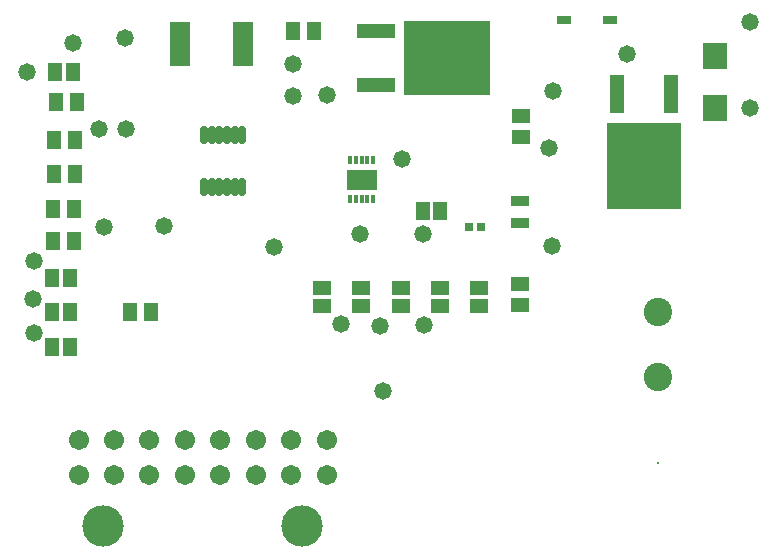
<source format=gts>
G04*
G04 #@! TF.GenerationSoftware,Altium Limited,Altium Designer,19.0.15 (446)*
G04*
G04 Layer_Color=8388736*
%FSLAX25Y25*%
%MOIN*%
G70*
G01*
G75*
%ADD31R,0.29147X0.24619*%
%ADD32R,0.12611X0.04737*%
%ADD33R,0.04934X0.03162*%
%ADD34R,0.06115X0.05131*%
%ADD35R,0.05131X0.06115*%
%ADD36R,0.05918X0.03556*%
%ADD37O,0.02769X0.06115*%
%ADD38R,0.04737X0.06312*%
%ADD39R,0.01784X0.02965*%
%ADD40R,0.10249X0.07099*%
%ADD41R,0.06312X0.04737*%
%ADD42R,0.04737X0.12611*%
%ADD43R,0.24619X0.29147*%
%ADD44R,0.07887X0.09068*%
%ADD45R,0.07099X0.14580*%
%ADD46R,0.03162X0.02769*%
%ADD47C,0.00800*%
%ADD48C,0.09461*%
%ADD49C,0.06706*%
%ADD50C,0.13792*%
%ADD51C,0.05800*%
D31*
X204921Y176063D02*
D03*
D32*
X181102Y167087D02*
D03*
Y185039D02*
D03*
D33*
X243996Y188583D02*
D03*
X259154D02*
D03*
D34*
X229134Y93701D02*
D03*
Y100787D02*
D03*
X229528Y149606D02*
D03*
Y156693D02*
D03*
D35*
X99213Y91339D02*
D03*
X106299D02*
D03*
X153543Y185039D02*
D03*
X160630D02*
D03*
X80709Y114961D02*
D03*
X73622D02*
D03*
X73419Y125850D02*
D03*
X80506D02*
D03*
X81496Y161417D02*
D03*
X74410D02*
D03*
X80911Y137292D02*
D03*
X73825D02*
D03*
X80911Y148734D02*
D03*
X73825D02*
D03*
D36*
X229134Y121063D02*
D03*
Y128543D02*
D03*
D37*
X123917Y132972D02*
D03*
X126476D02*
D03*
X129035D02*
D03*
X131595D02*
D03*
X134153D02*
D03*
X136713D02*
D03*
X123917Y150492D02*
D03*
X126476D02*
D03*
X129035D02*
D03*
X131595D02*
D03*
X134153D02*
D03*
X136713D02*
D03*
D38*
X74213Y171260D02*
D03*
X80118D02*
D03*
X196788Y125197D02*
D03*
X202693D02*
D03*
X73222Y79725D02*
D03*
X79128D02*
D03*
X73222Y102608D02*
D03*
X79128D02*
D03*
X73228Y91339D02*
D03*
X79134D02*
D03*
D39*
X172480Y129134D02*
D03*
X174449D02*
D03*
X176417D02*
D03*
X178386D02*
D03*
X180354D02*
D03*
Y141929D02*
D03*
X178386D02*
D03*
X176417D02*
D03*
X174449D02*
D03*
X172480D02*
D03*
D40*
X176417Y135433D02*
D03*
D41*
X176378Y93504D02*
D03*
Y99410D02*
D03*
X163293Y93504D02*
D03*
Y99410D02*
D03*
X202583Y93504D02*
D03*
Y99410D02*
D03*
X189486Y93504D02*
D03*
Y99410D02*
D03*
X215679D02*
D03*
Y93504D02*
D03*
D42*
X279449Y163976D02*
D03*
X261496D02*
D03*
D43*
X270472Y140157D02*
D03*
D44*
X294094Y159449D02*
D03*
Y176772D02*
D03*
D45*
X137008Y180709D02*
D03*
X115748D02*
D03*
D46*
X212205Y119629D02*
D03*
X216142D02*
D03*
D47*
X275325Y40945D02*
D03*
D48*
Y69685D02*
D03*
Y91339D02*
D03*
D49*
X82087Y37087D02*
D03*
X93898D02*
D03*
X105709D02*
D03*
X117520D02*
D03*
X129331D02*
D03*
X141142D02*
D03*
X152953D02*
D03*
X164764D02*
D03*
Y48898D02*
D03*
X152953D02*
D03*
X141142D02*
D03*
X129331D02*
D03*
X117520D02*
D03*
X105709D02*
D03*
X93898D02*
D03*
X82087D02*
D03*
D50*
X90158Y20079D02*
D03*
X156693D02*
D03*
D51*
X183591Y64961D02*
D03*
X80118Y181102D02*
D03*
X64961Y171260D02*
D03*
X305906Y188189D02*
D03*
Y159449D02*
D03*
X264961Y177559D02*
D03*
X239764Y113293D02*
D03*
X240158Y164961D02*
D03*
X164961Y163779D02*
D03*
X153543Y163386D02*
D03*
X97638Y182677D02*
D03*
X189764Y142520D02*
D03*
X238976Y146063D02*
D03*
X196850Y117323D02*
D03*
X175984D02*
D03*
X147244Y112992D02*
D03*
X197244Y87008D02*
D03*
X182677Y86748D02*
D03*
X169425Y87252D02*
D03*
X90551Y119685D02*
D03*
X110630Y120079D02*
D03*
X98032Y152362D02*
D03*
X88976D02*
D03*
X67323Y108268D02*
D03*
Y84252D02*
D03*
X66823Y95850D02*
D03*
X153543Y174016D02*
D03*
M02*

</source>
